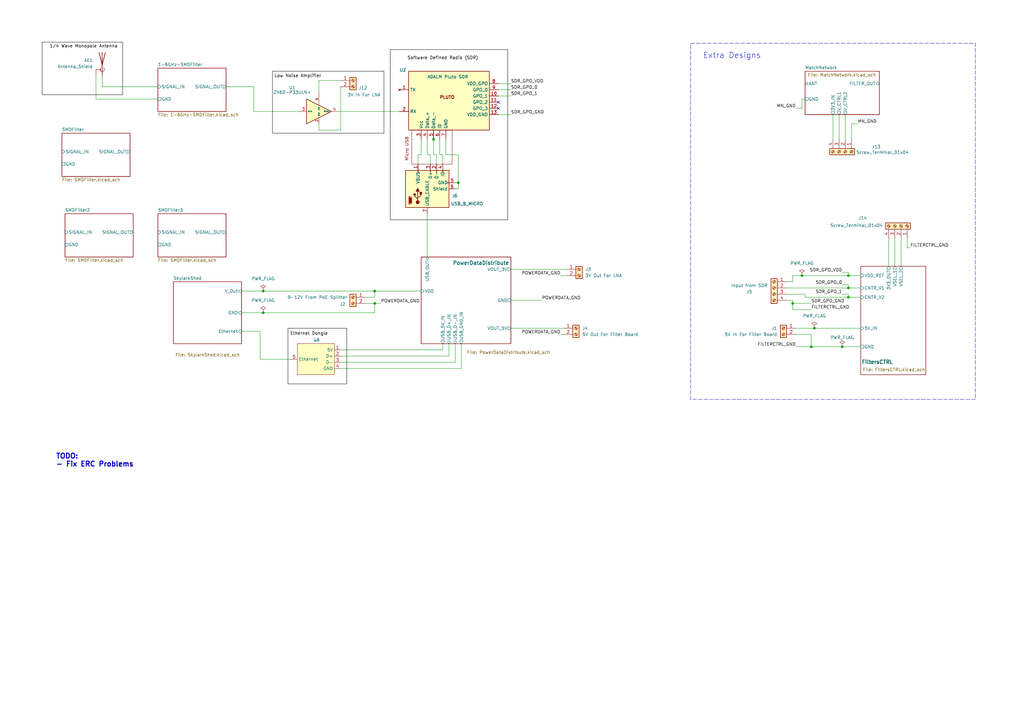
<source format=kicad_sch>
(kicad_sch (version 20231120) (generator "eeschema") (generator_version "8.0")
  (paper "A3")
  (title_block (title "RCA Radio Telescope System") (date "2025-04-03") (rev "Version 2.0"))
  (lib_symbols
    (symbol "Connector:Screw_Terminal_01x02" (pin_names (offset 1.016) hide)
      (property "Reference" "J" (at 0 2.54 0))
      (property "Value" "Screw_Terminal_01x02" (at 0 -5.08 0))
      (symbol "Screw_Terminal_01x02_1_1"
        (rectangle (start -1.27 1.27) (end 1.27 -3.81) (stroke (width 0.254)) (fill (type background)))
        (circle (center 0 -2.54) (radius 0.635) (stroke (width 0.1524)))
        (polyline (pts (xy -0.5334 -2.2098) (xy 0.3302 -3.048)) (stroke (width 0.1524)))
        (polyline (pts (xy -0.5334 0.3302) (xy 0.3302 -0.508)) (stroke (width 0.1524)))
        (polyline (pts (xy -0.3556 -2.032) (xy 0.508 -2.8702)) (stroke (width 0.1524)))
        (polyline (pts (xy -0.3556 0.508) (xy 0.508 -0.3302)) (stroke (width 0.1524)))
        (circle (center 0 0) (radius 0.635) (stroke (width 0.1524)))
        (pin passive line (at -5.08 0 0) (length 3.81) (name "Pin_1") (number "1"))
        (pin passive line (at -5.08 -2.54 0) (length 3.81) (name "Pin_2") (number "2"))
      )
    )
    (symbol "Connector:Screw_Terminal_01x04" (pin_names (offset 1.016) hide)
      (property "Reference" "J" (at 0 5.08 0))
      (property "Value" "Screw_Terminal_01x04" (at 0 -7.62 0))
      (symbol "Screw_Terminal_01x04_1_1"
        (rectangle (start -1.27 3.81) (end 1.27 -6.35) (stroke (width 0.254)) (fill (type background)))
        (circle (center 0 -5.08) (radius 0.635) (stroke (width 0.1524)))
        (circle (center 0 -2.54) (radius 0.635) (stroke (width 0.1524)))
        (polyline (pts (xy -0.5334 -4.7498) (xy 0.3302 -5.588)) (stroke (width 0.1524)))
        (polyline (pts (xy -0.5334 -2.2098) (xy 0.3302 -3.048)) (stroke (width 0.1524)))
        (polyline (pts (xy -0.5334 0.3302) (xy 0.3302 -0.508)) (stroke (width 0.1524)))
        (polyline (pts (xy -0.5334 2.8702) (xy 0.3302 2.032)) (stroke (width 0.1524)))
        (polyline (pts (xy -0.3556 -4.572) (xy 0.508 -5.4102)) (stroke (width 0.1524)))
        (polyline (pts (xy -0.3556 -2.032) (xy 0.508 -2.8702)) (stroke (width 0.1524)))
        (polyline (pts (xy -0.3556 0.508) (xy 0.508 -0.3302)) (stroke (width 0.1524)))
        (polyline (pts (xy -0.3556 3.048) (xy 0.508 2.2098)) (stroke (width 0.1524)))
        (circle (center 0 0) (radius 0.635) (stroke (width 0.1524)))
        (circle (center 0 2.54) (radius 0.635) (stroke (width 0.1524)))
        (pin passive line (at -5.08 2.54 0) (length 3.81) (name "Pin_1") (number "1"))
        (pin passive line (at -5.08 0 0) (length 3.81) (name "Pin_2") (number "2"))
        (pin passive line (at -5.08 -2.54 0) (length 3.81) (name "Pin_3") (number "3"))
        (pin passive line (at -5.08 -5.08 0) (length 3.81) (name "Pin_4") (number "4"))
      )
    )
    (symbol "Device:Antenna_Shield" (pin_numbers hide) (pin_names (offset 1.016) hide)
      (property "Reference" "AE" (at -1.905 4.445 0))
      (property "Value" "Antenna_Shield" (at -1.905 2.54 0))
      (symbol "Antenna_Shield_0_1"
        (arc (start -0.508 -1.143) (mid -0.8429 -2.1194) (end 0 -2.667))
        (arc (start 0 -2.667) (mid 0.7989 -2.1052) (end 0.508 -1.143))
        (polyline (pts (xy 0 -2.54) (xy 0 0)))
        (polyline (pts (xy 0 5.08) (xy 0 -3.81)) (stroke (width 0.254)))
        (polyline (pts (xy 0.762 -1.905) (xy 2.54 -1.905)))
        (polyline (pts (xy 2.54 -2.54) (xy 2.54 -1.905)))
        (polyline (pts (xy 1.27 5.08) (xy 0 0) (xy -1.27 5.08)) (stroke (width 0.254)))
        (circle (center 0.762 -1.905) (radius 0.1778) (fill (type outline)))
      )
      (symbol "Antenna_Shield_1_1"
        (pin input line (at 0 -5.08 90) (length 2.54) (name "A") (number "1"))
        (pin input line (at 2.54 -5.08 90) (length 2.54) (name "Shield") (number "2"))
      )
    )
    (symbol "Radio Telescope:ADALM_Pluto_SDR"
      (property "Reference" "U2" (at -5.588 6.858 0))
      (symbol "ADALM_Pluto_SDR_0_1"
        (rectangle (start -15.24 11.43) (end 17.78 -12.7) (stroke (width 0.254)) (fill (type background)))
        (rectangle (start -13.97 -12.7) (end 2.54 -26.67))
      )
      (symbol "ADALM_Pluto_SDR_1_1"
        (text "Micro USB" (at -16.002 -20.32 900) (effects (font (size 1.27 1.27))))
        (text "PLUTO" (at 0.508 0.762 0) (effects (font (size 1.27 1.27) (thickness 0.254) (bold yes))))
        (pin no_connect line (at -19.05 3.81 0) (length 3.81) (name "TX") (number "1"))
        (pin output line (at 21.59 1.27 180) (length 3.81) (name "GPO_1") (number "10"))
        (pin output line (at 21.59 -1.27 180) (length 3.81) (name "GPO_2") (number "11"))
        (pin output line (at 21.59 -3.81 180) (length 3.81) (name "GPO_3") (number "12"))
        (pin power_out line (at 21.59 -6.35 180) (length 3.81) (name "VDD_GND") (number "13"))
        (pin output line (at -19.05 -5.08 0) (length 3.81) (name "RX") (number "2"))
        (pin power_in line (at -10.16 -16.51 90) (length 3.81) (name "Vcc") (number "3"))
        (pin bidirectional line (at -7.62 -16.51 90) (length 3.81) (name "Data_+") (number "4"))
        (pin bidirectional line (at -5.08 -16.51 90) (length 3.81) (name "Data_-") (number "5"))
        (pin input line (at -2.54 -16.51 90) (length 3.81) (name "ID") (number "6"))
        (pin power_in line (at 0 -16.51 90) (length 3.81) (name "GND") (number "7"))
        (pin power_out line (at 21.59 6.35 180) (length 3.81) (name "VDD_GPO") (number "8"))
        (pin output line (at 21.59 3.81 180) (length 3.81) (name "GPO_0") (number "9"))
      )
    )
    (symbol "Radio Telescope:Ethernet_Dongle"
      (property "Reference" "U" (at 0 0 0))
      (symbol "Ethernet_Dongle_0_1"
        (rectangle (start -7.62 -2.54) (end 7.62 -15.24) (fill (type background)))
      )
      (symbol "Ethernet_Dongle_1_1"
        (pin power_in line (at 10.16 -5.08 180) (length 2.54) (name "5V") (number "1"))
        (pin bidirectional line (at 10.16 -7.62 180) (length 2.54) (name "D+") (number "2"))
        (pin bidirectional line (at 10.16 -10.16 180) (length 2.54) (name "D-") (number "3"))
        (pin power_in line (at 10.16 -12.7 180) (length 2.54) (name "GND") (number "4"))
        (pin bidirectional line (at -10.16 -8.89 0) (length 2.54) (name "Ethernet") (number "5"))
      )
    )
    (symbol "Radio Telescope:USB_A_wCable"
      (property "Reference" "J" (at -3.81 4.318 0))
      (property "Value" "USB_B_MICRO" (at -15.494 3.556 0))
      (symbol "USB_A_wCable_0_1"
        (rectangle (start -10.16 1.27) (end 5.08 -16.51) (stroke (width 0.254)) (fill (type background)))
        (circle (center -8.001 -3.683) (radius 0.635) (stroke (width 0.254)) (fill (type outline)))
        (circle (center -4.826 -2.413) (radius 0.381) (stroke (width 0.254)) (fill (type outline)))
        (rectangle (start -3.937 -4.572) (end -4.699 -5.334) (stroke (width 0.254)) (fill (type outline)))
        (rectangle (start -0.127 -16.51) (end 0.127 -15.748))
        (polyline (pts (xy -6.096 -3.683) (xy -3.556 -3.683)) (stroke (width 0.254)))
        (polyline (pts (xy -7.366 -3.683) (xy -6.731 -3.683) (xy -5.461 -2.413) (xy -4.826 -2.413)) (stroke (width 0.254)))
        (polyline (pts (xy -6.731 -3.683) (xy -6.096 -3.683) (xy -5.461 -4.953) (xy -4.191 -4.953)) (stroke (width 0.254)))
        (polyline (pts (xy -3.556 -3.048) (xy -3.556 -4.318) (xy -2.286 -3.683) (xy -3.556 -3.048)) (stroke (width 0.254)) (fill (type outline)))
        (polyline (pts (xy -8.509 -0.254) (xy -5.969 -0.254) (xy -6.223 -1.016) (xy -8.255 -1.016) (xy -8.509 -0.254)) (fill (type outline)))
        (polyline (pts (xy -8.89 0) (xy -8.89 -0.254) (xy -8.636 -1.016) (xy -8.636 -1.27) (xy -5.842 -1.27) (xy -5.842 -1.016) (xy -5.588 -0.254) (xy -5.588 0) (xy -8.89 0)))
        (rectangle (start 5.08 -14.097) (end 4.318 -13.843))
        (rectangle (start 5.08 -11.557) (end 4.318 -11.303))
        (rectangle (start 5.08 -9.017) (end 4.318 -8.763))
        (rectangle (start 5.08 -3.937) (end 4.318 -3.683))
      )
      (symbol "USB_A_wCable_1_1"
        (pin power_out line (at 7.62 -3.81 180) (length 2.54) (name "VBUS") (number "1"))
        (pin bidirectional line (at 7.62 -11.43 180) (length 2.54) (name "D-") (number "2"))
        (pin bidirectional line (at 7.62 -8.89 180) (length 2.54) (name "D+") (number "3"))
        (pin passive line (at 7.62 -13.97 180) (length 2.54) (name "ID") (number "4"))
        (pin power_out line (at 0 -19.05 90) (length 2.54) (name "GND") (number "5"))
        (pin passive line (at -2.54 -19.05 90) (length 2.54) (name "Shield") (number "6"))
        (pin bidirectional line (at -12.7 -7.62 0) (length 2.54) (name "USB_CABLE") (number "7"))
      )
    )
    (symbol "Radio Telescope:ZX60-P33ULN+"
      (property "Reference" "U1" (at 13.208 0.762 0))
      (symbol "ZX60-P33ULN+_0_1"
        (polyline (pts (xy 1.27 1.27) (xy 1.27 -6.35) (xy 1.27 -8.89) (xy 11.43 -3.81) (xy 1.27 1.27)) (stroke (width 0.254)) (fill (type background)))
      )
      (symbol "ZX60-P33ULN+_1_1"
        (pin power_in line (at 6.35 -8.89 90) (length 2.54) (name "GND") (number "2"))
        (pin input line (at -1.27 -3.81 0) (length 2.54) (name "RFIN") (number "3"))
        (pin output line (at 13.97 -3.81 180) (length 2.54) (name "RFOUT") (number "4"))
        (pin passive line (at 6.35 -8.89 90) (length 2.54) hide (name "GND") (number "5"))
        (pin power_in line (at 6.35 3.81 270) (length 5.08) (name "VCC") (number "6"))
      )
    )
    (symbol "power:PWR_FLAG" (power) (pin_numbers hide) (pin_names (offset 0) hide)
      (property "Value" "PWR_FLAG" (at 0 3.81 0))
      (symbol "PWR_FLAG_0_0"
        (pin power_out line (at 0 0 90) (length 0) (name "~") (number "1"))
      )
      (symbol "PWR_FLAG_0_1"
        (polyline (pts (xy 0 0) (xy 0 1.27) (xy -1.016 1.905) (xy 0 2.54) (xy 1.016 1.905) (xy 0 1.27)))
      )
    )
  )
  (junction (at 347.98 118.11))
  (junction (at 153.67 119.38))
  (junction (at 332.74 142.24))
  (junction (at 347.98 121.92))
  (junction (at 325.12 124.46))
  (junction (at 334.01 134.62))
  (junction (at 187.96 74.93))
  (junction (at 347.98 113.03))
  (junction (at 107.95 119.38))
  (junction (at 328.93 113.03))
  (junction (at 177.8 57.15))
  (junction (at 153.67 124.46))
  (junction (at 107.95 128.27))
  (junction (at 345.44 142.24))
  (no_connect (at 204.47 44.45))
  (no_connect (at 204.47 41.91))
  (wire (pts (xy 149.86 124.46) (xy 153.67 124.46)))
  (wire (pts (xy 345.44 120.65) (xy 347.98 120.65)))
  (wire (pts (xy 172.72 63.5) (xy 172.72 57.15)))
  (wire (pts (xy 346.71 46.99) (xy 346.71 57.15)))
  (wire (pts (xy 330.2 121.92) (xy 347.98 121.92)))
  (wire (pts (xy 181.61 63.5) (xy 181.61 67.31)))
  (wire (pts (xy 175.26 63.5) (xy 175.26 57.15)))
  (wire (pts (xy 182.88 57.15) (xy 182.88 63.5)))
  (wire (pts (xy 325.12 124.46) (xy 332.74 124.46)))
  (wire (pts (xy 177.8 57.15) (xy 177.8 63.5)))
  (wire (pts (xy 104.14 45.72) (xy 123.19 45.72)))
  (wire (pts (xy 175.26 87.63) (xy 175.26 105.41)))
  (wire (pts (xy 209.55 134.62) (xy 231.14 134.62)))
  (wire (pts (xy 189.23 140.97) (xy 189.23 151.13)))
  (wire (pts (xy 92.71 35.56) (xy 104.14 35.56)))
  (wire (pts (xy 332.74 142.24) (xy 345.44 142.24)))
  (wire (pts (xy 330.2 120.65) (xy 330.2 121.92)))
  (wire (pts (xy 229.87 137.16) (xy 231.14 137.16)))
  (wire (pts (xy 351.79 50.8) (xy 349.25 50.8)))
  (wire (pts (xy 104.14 35.56) (xy 104.14 45.72)))
  (wire (pts (xy 326.39 142.24) (xy 332.74 142.24)))
  (wire (pts (xy 181.61 140.97) (xy 181.61 143.51)))
  (wire (pts (xy 153.67 124.46) (xy 156.21 124.46)))
  (wire (pts (xy 347.98 121.92) (xy 353.06 121.92)))
  (wire (pts (xy 204.47 36.83) (xy 209.55 36.83)))
  (wire (pts (xy 139.7 148.59) (xy 186.69 148.59)))
  (wire (pts (xy 149.86 121.92) (xy 153.67 121.92)))
  (wire (pts (xy 107.95 128.27) (xy 153.67 128.27)))
  (wire (pts (xy 176.53 63.5) (xy 175.26 63.5)))
  (wire (pts (xy 369.57 97.79) (xy 369.57 109.22)))
  (wire (pts (xy 209.55 34.29) (xy 204.47 34.29)))
  (wire (pts (xy 130.81 33.02) (xy 130.81 38.1)))
  (wire (pts (xy 176.53 63.5) (xy 176.53 67.31)))
  (wire (pts (xy 345.44 116.84) (xy 347.98 116.84)))
  (wire (pts (xy 186.69 140.97) (xy 186.69 148.59)))
  (wire (pts (xy 347.98 116.84) (xy 347.98 118.11)))
  (wire (pts (xy 186.69 74.93) (xy 187.96 74.93)))
  (wire (pts (xy 325.12 123.19) (xy 325.12 124.46)))
  (wire (pts (xy 322.58 118.11) (xy 347.98 118.11)))
  (wire (pts (xy 326.39 44.45) (xy 328.93 44.45)))
  (wire (pts (xy 322.58 115.57) (xy 325.12 115.57)))
  (wire (pts (xy 332.74 137.16) (xy 332.74 142.24)))
  (wire (pts (xy 177.8 63.5) (xy 179.07 63.5)))
  (wire (pts (xy 325.12 127) (xy 325.12 124.46)))
  (wire (pts (xy 209.55 46.99) (xy 204.47 46.99)))
  (wire (pts (xy 349.25 50.8) (xy 349.25 57.15)))
  (wire (pts (xy 182.88 63.5) (xy 187.96 63.5)))
  (wire (pts (xy 322.58 123.19) (xy 325.12 123.19)))
  (wire (pts (xy 138.43 45.72) (xy 163.83 45.72)))
  (wire (pts (xy 326.39 134.62) (xy 334.01 134.62)))
  (wire (pts (xy 99.06 128.27) (xy 107.95 128.27)))
  (wire (pts (xy 41.91 35.56) (xy 41.91 31.75)))
  (wire (pts (xy 39.37 40.64) (xy 64.77 40.64)))
  (wire (pts (xy 187.96 74.93) (xy 187.96 77.47)))
  (wire (pts (xy 332.74 127) (xy 325.12 127)))
  (wire (pts (xy 334.01 134.62) (xy 353.06 134.62)))
  (wire (pts (xy 364.49 97.79) (xy 364.49 109.22)))
  (wire (pts (xy 347.98 111.76) (xy 347.98 113.03)))
  (wire (pts (xy 139.7 53.34) (xy 130.81 53.34)))
  (wire (pts (xy 186.69 77.47) (xy 187.96 77.47)))
  (wire (pts (xy 325.12 113.03) (xy 328.93 113.03)))
  (wire (pts (xy 209.55 123.19) (xy 222.25 123.19)))
  (wire (pts (xy 106.68 135.89) (xy 106.68 147.32)))
  (wire (pts (xy 99.06 135.89) (xy 106.68 135.89)))
  (wire (pts (xy 153.67 128.27) (xy 153.67 124.46)))
  (wire (pts (xy 187.96 63.5) (xy 187.96 74.93)))
  (wire (pts (xy 177.8 52.07) (xy 177.8 57.15)))
  (wire (pts (xy 229.87 113.03) (xy 232.41 113.03)))
  (wire (pts (xy 204.47 39.37) (xy 209.55 39.37)))
  (wire (pts (xy 326.39 137.16) (xy 332.74 137.16)))
  (wire (pts (xy 347.98 113.03) (xy 353.06 113.03)))
  (wire (pts (xy 328.93 40.64) (xy 330.2 40.64)))
  (wire (pts (xy 41.91 35.56) (xy 64.77 35.56)))
  (wire (pts (xy 106.68 147.32) (xy 119.38 147.32)))
  (wire (pts (xy 367.03 97.79) (xy 367.03 109.22)))
  (wire (pts (xy 347.98 118.11) (xy 353.06 118.11)))
  (wire (pts (xy 139.7 35.56) (xy 139.7 53.34)))
  (wire (pts (xy 139.7 143.51) (xy 181.61 143.51)))
  (wire (pts (xy 347.98 120.65) (xy 347.98 121.92)))
  (wire (pts (xy 153.67 119.38) (xy 172.72 119.38)))
  (wire (pts (xy 345.44 111.76) (xy 347.98 111.76)))
  (wire (pts (xy 372.11 97.79) (xy 372.11 101.6)))
  (wire (pts (xy 153.67 119.38) (xy 153.67 121.92)))
  (wire (pts (xy 373.38 101.6) (xy 372.11 101.6)))
  (wire (pts (xy 344.17 46.99) (xy 344.17 57.15)))
  (wire (pts (xy 130.81 53.34) (xy 130.81 50.8)))
  (wire (pts (xy 179.07 63.5) (xy 179.07 67.31)))
  (wire (pts (xy 328.93 113.03) (xy 347.98 113.03)))
  (wire (pts (xy 139.7 33.02) (xy 130.81 33.02)))
  (wire (pts (xy 341.63 46.99) (xy 341.63 57.15)))
  (wire (pts (xy 180.34 57.15) (xy 180.34 63.5)))
  (wire (pts (xy 322.58 120.65) (xy 330.2 120.65)))
  (wire (pts (xy 325.12 115.57) (xy 325.12 113.03)))
  (wire (pts (xy 107.95 119.38) (xy 153.67 119.38)))
  (wire (pts (xy 171.45 63.5) (xy 171.45 67.31)))
  (wire (pts (xy 139.7 151.13) (xy 189.23 151.13)))
  (wire (pts (xy 328.93 44.45) (xy 328.93 40.64)))
  (wire (pts (xy 209.55 110.49) (xy 232.41 110.49)))
  (wire (pts (xy 39.37 31.75) (xy 39.37 40.64)))
  (wire (pts (xy 171.45 63.5) (xy 172.72 63.5)))
  (wire (pts (xy 139.7 146.05) (xy 184.15 146.05)))
  (wire (pts (xy 184.15 140.97) (xy 184.15 146.05)))
  (wire (pts (xy 345.44 142.24) (xy 353.06 142.24)))
  (wire (pts (xy 180.34 63.5) (xy 181.61 63.5)))
  (wire (pts (xy 99.06 119.38) (xy 107.95 119.38)))
  (rectangle (start 17.272 17.272) (end 50.292 38.862) (stroke (width 0) (color 0 0 0 1)))
  (rectangle (start 111.76 29.21) (end 157.48 54.61) (stroke (width 0) (color 0 0 0 1)))
  (rectangle (start 160.02 20.32) (end 208.28 90.17) (stroke (width 0) (color 0 0 0 1)))
  (rectangle (start 283.21 17.78) (end 400.05 163.83) (stroke (width 0) (type dash)))
  (rectangle (start 118.11 134.62) (end 142.24 157.48) (stroke (width 0) (color 0 0 0 1)))
  (text "Extra Designs" (at 300.228 22.86 0) (effects (font (size 2.286 2.286))))
  (text "Low Noise Amplifier" (at 122.174 31.242 0) (effects (font (size 1.27 1.27))))
  (text "1/4 Wave Monopole Antenna" (at 34.29 19.05 0) (effects (font (size 1.27 1.27))))
  (text "Ethernet Dongle" (at 126.746 136.906 0) (effects (font (size 1.27 1.27))))
  (text "TODO:\n- Fix ERC Problems\n\n" (at 22.86 190.5 0) (effects (font (size 2.032 2.032) (thickness 0.4064) (bold yes)) (justify left)))
  (text "Software Defined Radio (SDR)" (at 181.61 23.876 0) (effects (font (size 1.27 1.27))))
  (label "SDR_GPO_0" (at 209.55 36.83 0))
  (label "POWERDATA_GND" (at 229.87 137.16 180))
  (label "FILTERCTRL_GND" (at 332.74 127 0))
  (label "SDR_GPO_GND" (at 209.55 46.99 0))
  (label "POWERDATA_GND" (at 222.25 123.19 0))
  (label "SDR_GPO_1" (at 209.55 39.37 0))
  (label "MN_GND" (at 351.79 50.8 0))
  (label "SDR_GPO_GND" (at 332.74 124.46 0))
  (label "SDR_GPO_VDD" (at 209.55 34.29 0))
  (label "MN_GND" (at 326.39 44.45 180))
  (label "POWERDATA_GND" (at 229.87 113.03 180))
  (label "POWERDATA_GND" (at 156.21 124.46 0))
  (label "SDR_GPO_1" (at 345.44 120.65 180))
  (label "FILTERCTRL_GND" (at 326.39 142.24 180))
  (label "FILTERCTRL_GND" (at 373.38 101.6 0))
  (label "SDR_GPO_VDD" (at 345.44 111.76 180))
  (label "SDR_GPO_0" (at 345.44 116.84 180))
  (symbol (lib_id "Radio Telescope:ADALM_Pluto_SDR") (at 182.88 40.64 0) (unit 1) (on_board no)
    (property "Reference" "U2" (at 163.83 28.702 0) (effects (justify left)))
    (property "Value" "ADALM Pluto SDR" (at 175.26 31.496 0) (effects (justify left)))
  )
  (symbol (lib_id "power:PWR_FLAG") (at 345.44 142.24 0) (unit 1)
    (property "Reference" "#FLG01" (effects (hide yes)))
    (property "Value" "PWR_FLAG" (at 340.614 138.43 0) (effects (justify left)))
    (property "Description" "Special symbol for telling ERC where power comes from" (effects (hide yes)))
  )
  (symbol (lib_id "Connector:Screw_Terminal_01x04") (at 346.71 62.23 270) (unit 1)
    (property "Reference" "J13" (at 359.41 60.198 90))
    (property "Value" "Screw_Terminal_01x04" (at 361.95 62.484 90))
    (property "Footprint" "Connector_PinHeader_2.54mm:PinHeader_1x04_P2.54mm_Vertical" (effects (hide yes)))
    (property "Description" "Generic screw terminal, single row, 01x04, script generated (kicad-library-utils/schlib/autogen/connector/)" (effects (hide yes)))
  )
  (symbol (lib_id "Connector:Screw_Terminal_01x02") (at 144.78 121.92 0) (mirror y) (unit 1)
    (property "Reference" "J2" (at 141.732 124.714 0) (effects (justify left)))
    (property "Value" "9-12V From PoE Splitter" (at 142.494 121.92 0) (effects (justify left)))
    (property "Footprint" "Library:CONN_1729128_PXC" (effects (hide yes)))
    (property "Description" "Generic screw terminal, single row, 01x02, script generated (kicad-library-utils/schlib/autogen/connector/)" (effects (hide yes)))
  )
  (symbol (lib_id "Connector:Screw_Terminal_01x02") (at 237.49 110.49 0) (unit 1)
    (property "Reference" "J3" (at 240.03 110.4899 0) (effects (justify left)))
    (property "Value" "3V Out For LNA" (at 240.03 113.0299 0) (effects (justify left)))
    (property "Footprint" "Library:CONN_1729128_PXC" (effects (hide yes)))
    (property "Description" "Generic screw terminal, single row, 01x02, script generated (kicad-library-utils/schlib/autogen/connector/)" (effects (hide yes)))
  )
  (symbol (lib_id "Radio Telescope:ZX60-P33ULN+") (at 124.46 41.91 0) (unit 1) (on_board no)
    (property "Reference" "U1" (at 119.888 35.9409 0))
    (property "Value" "ZX60-P33ULN+" (at 119.888 37.846 0))
  )
  (symbol (lib_id "Connector:Screw_Terminal_01x02") (at 236.22 134.62 0) (unit 1)
    (property "Reference" "J4" (at 238.76 134.6199 0) (effects (justify left)))
    (property "Value" "5V Out For Filter Board" (at 238.76 137.1599 0) (effects (justify left)))
    (property "Footprint" "Library:CONN_1729128_PXC" (effects (hide yes)))
    (property "Description" "Generic screw terminal, single row, 01x02, script generated (kicad-library-utils/schlib/autogen/connector/)" (effects (hide yes)))
  )
  (symbol (lib_id "power:PWR_FLAG") (at 107.95 128.27 0) (unit 1)
    (property "Reference" "#FLG08" (effects (hide yes)))
    (property "Value" "PWR_FLAG" (at 107.95 123.19 0))
    (property "Description" "Special symbol for telling ERC where power comes from" (effects (hide yes)))
  )
  (symbol (lib_id "Device:Antenna_Shield") (at 41.91 26.67 0) (mirror y) (unit 1) (on_board no)
    (property "Reference" "AE1" (at 38.1 24.7649 0) (effects (justify left)))
    (property "Value" "Antenna_Shield" (at 38.1 27.3049 0) (effects (justify left)))
    (property "Description" "Antenna with extra pin for shielding" (effects (hide yes)))
  )
  (symbol (lib_id "power:PWR_FLAG") (at 334.01 134.62 0) (mirror y) (unit 1)
    (property "Reference" "#FLG03" (effects (hide yes)))
    (property "Value" "PWR_FLAG" (at 334.01 129.54 0))
    (property "Description" "Special symbol for telling ERC where power comes from" (effects (hide yes)))
  )
  (symbol (lib_id "Radio Telescope:USB_A_wCable") (at 167.64 74.93 90) (unit 1) (on_board no)
    (property "Reference" "J6" (at 187.706 80.264 90) (effects (justify left)))
    (property "Value" "USB_B_MICRO" (at 198.12 83.566 90) (effects (justify left)))
  )
  (symbol (lib_id "Connector:Screw_Terminal_01x02") (at 321.31 134.62 0) (mirror y) (unit 1)
    (property "Reference" "J1" (at 318.77 134.6199 0) (effects (justify left)))
    (property "Value" "5V In For Filter Board" (at 318.77 137.1599 0) (effects (justify left)))
    (property "Footprint" "Library:CONN_1729128_PXC" (effects (hide yes)))
    (property "Description" "Generic screw terminal, single row, 01x02, script generated (kicad-library-utils/schlib/autogen/connector/)" (effects (hide yes)))
  )
  (symbol (lib_id "Connector:Screw_Terminal_01x04") (at 317.5 118.11 0) (mirror y) (unit 1)
    (property "Reference" "J5" (at 307.34 119.634 0))
    (property "Value" "Input from SDR" (at 307.34 117.094 0))
    (property "Footprint" "Library:PHOENIX_1729144" (effects (hide yes)))
    (property "Description" "Generic screw terminal, single row, 01x04, script generated (kicad-library-utils/schlib/autogen/connector/)" (effects (hide yes)))
  )
  (symbol (lib_id "Radio Telescope:Ethernet_Dongle") (at 129.54 138.43 0) (unit 1) (on_board no)
    (property "Reference" "U8" (at 129.794 139.446 0))
    (property "Value" "~" (at 129.54 139.7 0))
  )
  (symbol (lib_id "Connector:Screw_Terminal_01x02") (at 144.78 33.02 0) (unit 1) (on_board no)
    (property "Reference" "J12" (at 147.066 36.068 0) (effects (justify left)))
    (property "Value" "3V In For LNA" (at 142.494 38.862 0) (effects (justify left)))
    (property "Footprint" "Library:CONN_1729128_PXC" (effects (hide yes)))
    (property "Description" "Generic screw terminal, single row, 01x02, script generated (kicad-library-utils/schlib/autogen/connector/)" (effects (hide yes)))
  )
  (symbol (lib_id "power:PWR_FLAG") (at 328.93 113.03 0) (unit 1)
    (property "Reference" "#FLG05" (effects (hide yes)))
    (property "Value" "PWR_FLAG" (at 328.93 107.95 0))
    (property "Description" "Special symbol for telling ERC where power comes from" (effects (hide yes)))
  )
  (symbol (lib_id "power:PWR_FLAG") (at 107.95 119.38 0) (unit 1)
    (property "Reference" "#FLG07" (effects (hide yes)))
    (property "Value" "PWR_FLAG" (at 107.95 114.3 0))
    (property "Description" "Special symbol for telling ERC where power comes from" (effects (hide yes)))
  )
  (symbol (lib_id "Connector:Screw_Terminal_01x04") (at 369.57 92.71 270) (mirror x) (unit 1) (on_board no)
    (property "Reference" "J14" (at 353.822 89.408 90))
    (property "Value" "Screw_Terminal_01x04" (at 351.282 92.456 90))
    (property "Footprint" "Connector_PinHeader_2.54mm:PinHeader_1x04_P2.54mm_Vertical" (effects (hide yes)))
    (property "Description" "Generic screw terminal, single row, 01x04, script generated (kicad-library-utils/schlib/autogen/connector/)" (effects (hide yes)))
  )
  (sheet (at 353.06 109.22) (size 26.67 44.45) (stroke (width 0.1524))
    (property "Sheetname" "FiltersCTRL" (at 353.314 149.352 0) (effects (font (size 1.524 1.524) (thickness 0.3048) (bold yes)) (justify left bottom)))
    (property "Sheetfile" "FiltersCTRL.kicad_sch" (at 353.822 150.876 0) (effects (justify left top)))
    (pin "5V_IN" input (at 353.06 134.62 180))
    (pin "GND" passive (at 353.06 142.24 180))
    (pin "VDD_REF" input (at 353.06 113.03 180))
    (pin "CNTR_V1" input (at 353.06 118.11 180))
    (pin "CNTR_V2" input (at 353.06 121.92 180))
    (pin "VSEL_1" output (at 367.03 109.22 90))
    (pin "VSEL_2" output (at 369.57 109.22 90))
    (pin "3V3_OUT" output (at 364.49 109.22 90))
  )
  (sheet (at 172.72 105.41) (size 36.83 35.56) (stroke (width 0.1524))
    (property "Sheetname" "PowerDataDistribute" (at 185.674 108.712 0) (effects (font (size 1.524 1.524) (thickness 0.254) (bold yes)) (justify left bottom)))
    (property "Sheetfile" "PowerDataDistribute.kicad_sch" (at 191.516 143.764 0) (effects (justify left top)))
    (pin "USB_5V_IN" output (at 181.61 140.97 270))
    (pin "USB_GND_IN" output (at 189.23 140.97 270))
    (pin "USB_D+_IN" bidirectional (at 184.15 140.97 270))
    (pin "USB_D-_IN" bidirectional (at 186.69 140.97 270))
    (pin "GND" passive (at 209.55 123.19 0))
    (pin "VDD" input (at 172.72 119.38 180))
    (pin "VOUT_3V" output (at 209.55 110.49 0))
    (pin "VOUT_5V" output (at 209.55 134.62 0))
    (pin "USB_OUT" bidirectional (at 175.26 105.41 90))
  )
  (sheet (at 330.2 29.21) (size 30.48 17.78) (stroke (width 0.1524))
    (property "Sheetname" "MatchNetwork" (at 330.2 28.4984 0) (effects (justify left bottom)))
    (property "Sheetfile" "MatchNetwork.kicad_sch" (at 331.216 29.972 0) (effects (justify left top)))
    (pin "GND" passive (at 330.2 40.64 180))
    (pin "3V3_IN" output (at 341.63 46.99 270))
    (pin "ANT" bidirectional (at 330.2 34.29 180))
    (pin "FILTER_OUT" bidirectional (at 360.68 34.29 0))
    (pin "V_CTRL2" output (at 346.71 46.99 270))
    (pin "V_CTRL1" output (at 344.17 46.99 270))
  )
  (sheet (at 25.4 54.61) (size 27.94 17.78) (stroke (width 0.1524))
    (property "Sheetname" "SMDFilter" (at 25.4 53.8984 0) (effects (justify left bottom)))
    (property "Sheetfile" "SMDFilter.kicad_sch" (at 25.4 72.9746 0) (effects (justify left top)))
    (pin "GND" passive (at 25.4 67.31 180))
    (pin "SIGNAL_OUT" output (at 53.34 62.23 0))
    (pin "SIGNAL_IN" input (at 25.4 62.23 180))
  )
  (sheet (at 64.77 87.63) (size 27.94 17.78) (stroke (width 0.1524))
    (property "Sheetname" "SMDFilter3" (at 64.77 86.9184 0) (effects (justify left bottom)))
    (property "Sheetfile" "SMDFilter.kicad_sch" (at 64.77 105.9946 0) (effects (justify left top)))
    (pin "GND" passive (at 64.77 100.33 180))
    (pin "SIGNAL_OUT" output (at 92.71 95.25 0))
    (pin "SIGNAL_IN" input (at 64.77 95.25 180))
  )
  (sheet (at 71.12 115.57) (size 27.94 25.4) (stroke (width 0.1524))
    (property "Sheetname" "SkylarkShed" (at 71.12 114.8584 0) (effects (justify left bottom)))
    (property "Sheetfile" "SkylarkShed.kicad_sch" (at 71.882 144.78 0) (effects (justify left top)))
    (pin "GND" input (at 99.06 128.27 0))
    (pin "Ethernet" input (at 99.06 135.89 0))
    (pin "V_Out" input (at 99.06 119.38 0))
  )
  (sheet (at 26.67 87.63) (size 27.94 17.78) (stroke (width 0.1524))
    (property "Sheetname" "SMDFilter2" (at 26.67 86.9184 0) (effects (justify left bottom)))
    (property "Sheetfile" "SMDFilter.kicad_sch" (at 26.67 105.9946 0) (effects (justify left top)))
    (pin "GND" passive (at 26.67 100.33 180))
    (pin "SIGNAL_OUT" output (at 54.61 95.25 0))
    (pin "SIGNAL_IN" input (at 26.67 95.25 180))
  )
  (sheet (at 64.77 27.94) (size 27.94 17.78) (stroke (width 0.1524))
    (property "Sheetname" "1-6GHz-SMDFilter" (at 64.77 27.2284 0) (effects (justify left bottom)))
    (property "Sheetfile" "1-6GHz-SMDFilter.kicad_sch" (at 64.77 46.3046 0) (effects (justify left top)))
    (pin "GND" passive (at 64.77 40.64 180))
    (pin "SIGNAL_OUT" output (at 92.71 35.56 0))
    (pin "SIGNAL_IN" input (at 64.77 35.56 180))
  )
)
</source>
